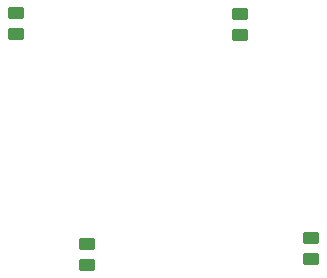
<source format=gbr>
%TF.GenerationSoftware,KiCad,Pcbnew,8.0.5*%
%TF.CreationDate,2024-10-02T10:46:17-05:00*%
%TF.ProjectId,FanBoardPCB,46616e42-6f61-4726-9450-43422e6b6963,rev?*%
%TF.SameCoordinates,Original*%
%TF.FileFunction,Paste,Bot*%
%TF.FilePolarity,Positive*%
%FSLAX46Y46*%
G04 Gerber Fmt 4.6, Leading zero omitted, Abs format (unit mm)*
G04 Created by KiCad (PCBNEW 8.0.5) date 2024-10-02 10:46:17*
%MOMM*%
%LPD*%
G01*
G04 APERTURE LIST*
G04 Aperture macros list*
%AMRoundRect*
0 Rectangle with rounded corners*
0 $1 Rounding radius*
0 $2 $3 $4 $5 $6 $7 $8 $9 X,Y pos of 4 corners*
0 Add a 4 corners polygon primitive as box body*
4,1,4,$2,$3,$4,$5,$6,$7,$8,$9,$2,$3,0*
0 Add four circle primitives for the rounded corners*
1,1,$1+$1,$2,$3*
1,1,$1+$1,$4,$5*
1,1,$1+$1,$6,$7*
1,1,$1+$1,$8,$9*
0 Add four rect primitives between the rounded corners*
20,1,$1+$1,$2,$3,$4,$5,0*
20,1,$1+$1,$4,$5,$6,$7,0*
20,1,$1+$1,$6,$7,$8,$9,0*
20,1,$1+$1,$8,$9,$2,$3,0*%
G04 Aperture macros list end*
%ADD10RoundRect,0.250000X0.450000X-0.262500X0.450000X0.262500X-0.450000X0.262500X-0.450000X-0.262500X0*%
%ADD11RoundRect,0.250000X-0.450000X0.262500X-0.450000X-0.262500X0.450000X-0.262500X0.450000X0.262500X0*%
G04 APERTURE END LIST*
D10*
%TO.C,R6*%
X175500000Y-49912500D03*
X175500000Y-48087500D03*
%TD*%
%TO.C,R5*%
X156500000Y-48000000D03*
X156500000Y-49825000D03*
%TD*%
%TO.C,R7*%
X181500000Y-67047500D03*
X181500000Y-68872500D03*
%TD*%
D11*
%TO.C,R8*%
X162500000Y-69372500D03*
X162500000Y-67547500D03*
%TD*%
M02*

</source>
